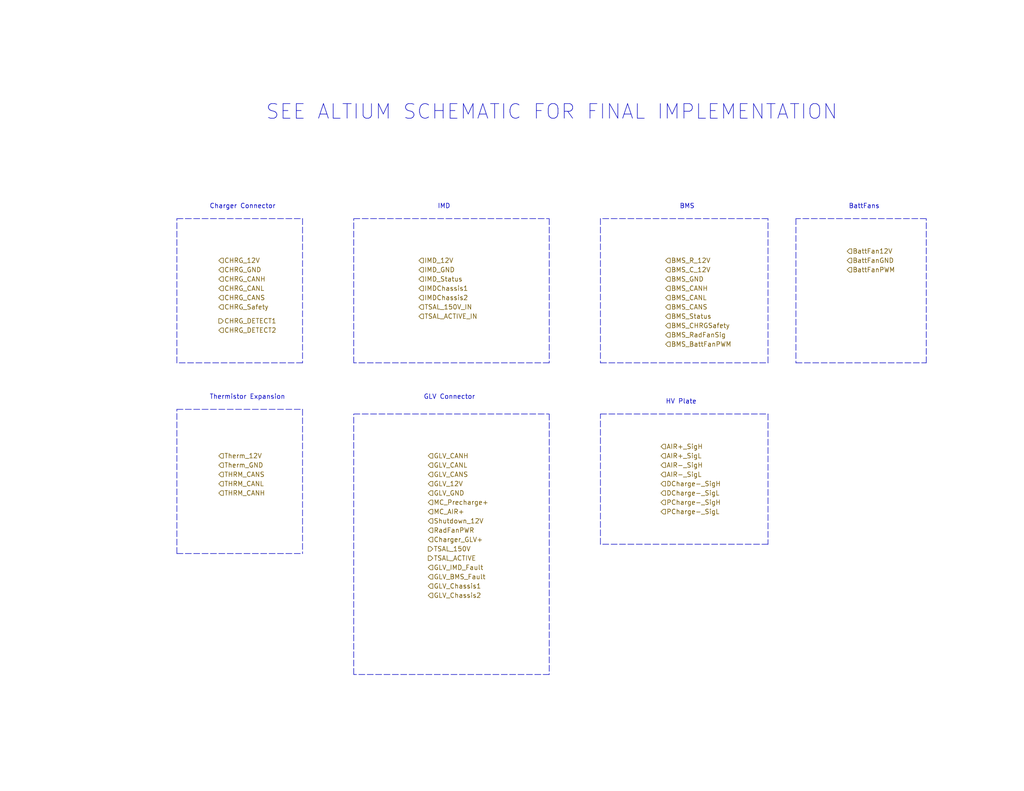
<source format=kicad_sch>
(kicad_sch (version 20211123) (generator eeschema)
  (paper "A")
  (title_block (title "BattBox PCB") (date "2021-11-10") (rev "1.0") (company "Northeastern Electric Racing") (comment 1 "https://github.com/Northeastern-Electric-Racing/NER") (comment 2 "For authors and other info, contact Chief Electrical Engineer"))
  (lib_symbols)
  (polyline (pts (xy 209.55 59.69) (xy 163.83 59.69)))
  (polyline (pts (xy 96.52 184.15) (xy 96.52 113.03)))
  (polyline (pts (xy 149.86 184.15) (xy 96.52 184.15)))
  (polyline (pts (xy 82.55 111.76) (xy 82.55 151.13)))
  (polyline (pts (xy 82.55 99.06) (xy 48.26 99.06)))
  (polyline (pts (xy 217.17 99.06) (xy 252.73 99.06)))
  (polyline (pts (xy 209.55 99.06) (xy 209.55 59.69)))
  (polyline (pts (xy 252.73 59.69) (xy 217.17 59.69)))
  (polyline (pts (xy 217.17 59.69) (xy 217.17 99.06)))
  (polyline (pts (xy 48.26 99.06) (xy 48.26 59.69)))
  (polyline (pts (xy 48.26 111.76) (xy 82.55 111.76)))
  (polyline (pts (xy 96.52 99.06) (xy 96.52 59.69)))
  (polyline (pts (xy 252.73 99.06) (xy 252.73 59.69)))
  (polyline (pts (xy 48.26 59.69) (xy 82.55 59.69)))
  (polyline (pts (xy 209.55 113.03) (xy 209.55 148.59)))
  (polyline (pts (xy 163.83 148.59) (xy 163.83 113.03)))
  (polyline (pts (xy 209.55 148.59) (xy 163.83 148.59)))
  (polyline (pts (xy 163.83 59.69) (xy 163.83 99.06)))
  (polyline (pts (xy 149.86 59.69) (xy 149.86 99.06)))
  (polyline (pts (xy 48.26 151.13) (xy 48.26 111.76)))
  (polyline (pts (xy 96.52 113.03) (xy 149.86 113.03)))
  (polyline (pts (xy 82.55 59.69) (xy 82.55 99.06)))
  (polyline (pts (xy 163.83 113.03) (xy 209.55 113.03)))
  (polyline (pts (xy 149.86 99.06) (xy 96.52 99.06)))
  (polyline (pts (xy 149.86 113.03) (xy 149.86 184.15)))
  (polyline (pts (xy 163.83 99.06) (xy 209.55 99.06)))
  (polyline (pts (xy 48.26 151.13) (xy 82.55 151.13)))
  (polyline (pts (xy 96.52 59.69) (xy 149.86 59.69)))
  (text "Thermistor Expansion\n" (at 57.15 109.22 0) (effects (font (size 1.27 1.27)) (justify left bottom)))
  (text "BattFans\n" (at 240.03 57.15 180) (effects (font (size 1.27 1.27)) (justify right bottom)))
  (text "Charger Connector" (at 57.15 57.15 0) (effects (font (size 1.27 1.27)) (justify left bottom)))
  (text "GLV Connector" (at 115.57 109.22 0) (effects (font (size 1.27 1.27)) (justify left bottom)))
  (text "IMD" (at 119.38 57.15 0) (effects (font (size 1.27 1.27)) (justify left bottom)))
  (text "SEE ALTIUM SCHEMATIC FOR FINAL IMPLEMENTATION" (at 72.39 33.02 0) (effects (font (size 3.9878 3.9878)) (justify left bottom)))
  (text "HV Plate" (at 181.61 110.49 0) (effects (font (size 1.27 1.27)) (justify left bottom)))
  (text "BMS" (at 185.42 57.15 0) (effects (font (size 1.27 1.27)) (justify left bottom)))
  (hierarchical_label "THRM_CANH" (shape input) (at 59.69 134.62 0))
  (hierarchical_label "DCharge-_SigL" (shape input) (at 180.34 134.62 0))
  (hierarchical_label "PCharge-_SigH" (shape input) (at 180.34 137.16 0))
  (hierarchical_label "Therm_12V" (shape input) (at 59.69 124.46 0))
  (hierarchical_label "TSAL_ACTIVE" (shape output) (at 116.84 152.4 0))
  (hierarchical_label "BMS_GND" (shape input) (at 181.61 76.2 0))
  (hierarchical_label "BMS_R_12V" (shape input) (at 181.61 71.12 0))
  (hierarchical_label "CHRG_CANH" (shape input) (at 59.69 76.2 0))
  (hierarchical_label "BMS_BattFanPWM" (shape input) (at 181.61 93.98 0))
  (hierarchical_label "IMD_Status" (shape input) (at 114.3 76.2 0))
  (hierarchical_label "AIR+_SigH" (shape input) (at 180.34 121.92 0))
  (hierarchical_label "GLV_Chassis1" (shape input) (at 116.84 160.02 0))
  (hierarchical_label "BMS_Status" (shape input) (at 181.61 86.36 0))
  (hierarchical_label "CHRG_DETECT2" (shape input) (at 59.69 90.17 0))
  (hierarchical_label "RadFanPWR" (shape input) (at 116.84 144.78 0))
  (hierarchical_label "Charger_GLV+" (shape input) (at 116.84 147.32 0))
  (hierarchical_label "THRM_CANS" (shape input) (at 59.69 129.54 0))
  (hierarchical_label "CHRG_GND" (shape input) (at 59.69 73.66 0))
  (hierarchical_label "BattFan12V" (shape input) (at 231.14 68.58 0))
  (hierarchical_label "GLV_12V" (shape input) (at 116.84 132.08 0))
  (hierarchical_label "GLV_Chassis2" (shape input) (at 116.84 162.56 0))
  (hierarchical_label "TSAL_150V_IN" (shape input) (at 114.3 83.82 0))
  (hierarchical_label "CHRG_12V" (shape input) (at 59.69 71.12 0))
  (hierarchical_label "DCharge-_SigH" (shape input) (at 180.34 132.08 0))
  (hierarchical_label "TSAL_150V" (shape output) (at 116.84 149.86 0))
  (hierarchical_label "CHRG_CANS" (shape input) (at 59.69 81.28 0))
  (hierarchical_label "CHRG_CANL" (shape input) (at 59.69 78.74 0))
  (hierarchical_label "IMD_GND" (shape input) (at 114.3 73.66 0))
  (hierarchical_label "CHRG_DETECT1" (shape output) (at 59.69 87.63 0))
  (hierarchical_label "BMS_CANS" (shape input) (at 181.61 83.82 0))
  (hierarchical_label "BattFanGND" (shape input) (at 231.14 71.12 0))
  (hierarchical_label "Shutdown_12V" (shape input) (at 116.84 142.24 0))
  (hierarchical_label "Therm_GND" (shape input) (at 59.69 127 0))
  (hierarchical_label "BMS_RadFanSig" (shape input) (at 181.61 91.44 0))
  (hierarchical_label "BattFanPWM" (shape input) (at 231.14 73.66 0))
  (hierarchical_label "GLV_CANS" (shape input) (at 116.84 129.54 0))
  (hierarchical_label "CHRG_Safety" (shape input) (at 59.69 83.82 0))
  (hierarchical_label "BMS_CANH" (shape input) (at 181.61 78.74 0))
  (hierarchical_label "GLV_CANL" (shape input) (at 116.84 127 0))
  (hierarchical_label "IMDChassis1" (shape input) (at 114.3 78.74 0))
  (hierarchical_label "BMS_CHRGSafety" (shape input) (at 181.61 88.9 0))
  (hierarchical_label "IMDChassis2" (shape input) (at 114.3 81.28 0))
  (hierarchical_label "GLV_BMS_Fault" (shape input) (at 116.84 157.48 0))
  (hierarchical_label "MC_AIR+" (shape input) (at 116.84 139.7 0))
  (hierarchical_label "IMD_12V" (shape input) (at 114.3 71.12 0))
  (hierarchical_label "GLV_IMD_Fault" (shape input) (at 116.84 154.94 0))
  (hierarchical_label "THRM_CANL" (shape input) (at 59.69 132.08 0))
  (hierarchical_label "MC_Precharge+" (shape input) (at 116.84 137.16 0))
  (hierarchical_label "AIR-_SigH" (shape input) (at 180.34 127 0))
  (hierarchical_label "GLV_CANH" (shape input) (at 116.84 124.46 0))
  (hierarchical_label "PCharge-_SigL" (shape input) (at 180.34 139.7 0))
  (hierarchical_label "GLV_GND" (shape input) (at 116.84 134.62 0))
  (hierarchical_label "TSAL_ACTIVE_IN" (shape input) (at 114.3 86.36 0))
  (hierarchical_label "BMS_CANL" (shape input) (at 181.61 81.28 0))
  (hierarchical_label "BMS_C_12V" (shape input) (at 181.61 73.66 0))
  (hierarchical_label "AIR+_SigL" (shape input) (at 180.34 124.46 0))
  (hierarchical_label "AIR-_SigL" (shape input) (at 180.34 129.54 0))
)
</source>
